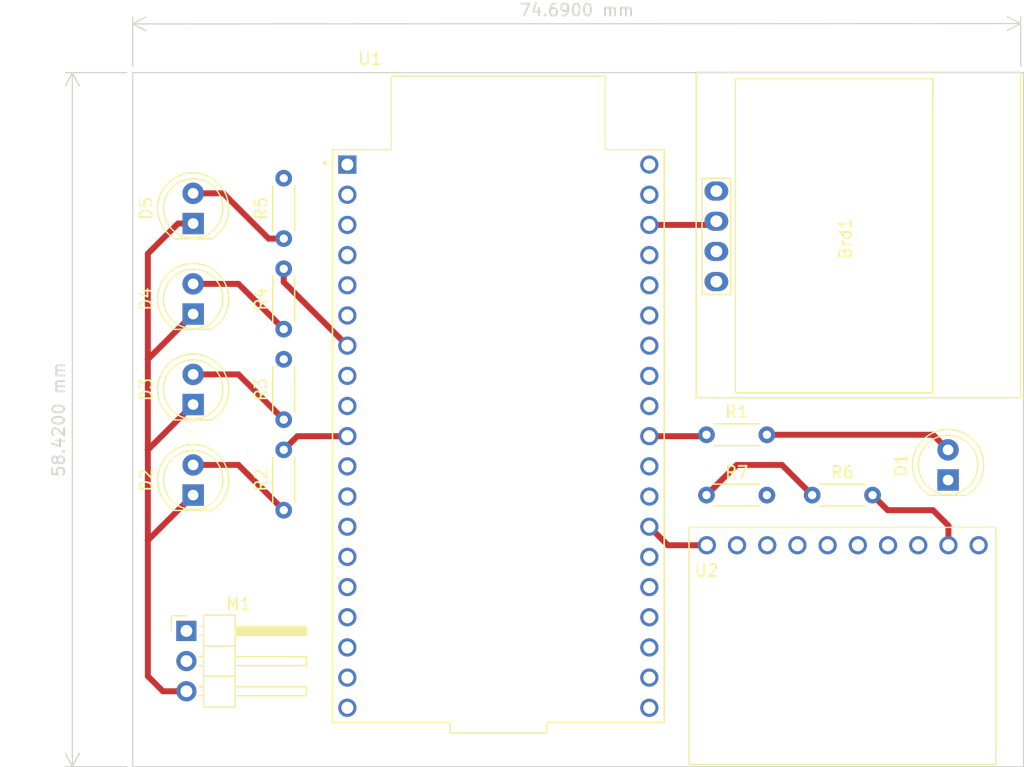
<source format=kicad_pcb>
(kicad_pcb (version 20221018) (generator pcbnew)
  (layers (0 "F.Cu" signal) (31 "B.Cu" signal) (34 "B.Paste" user) (35 "F.Paste" user) (36 "B.SilkS" user "B.Silkscreen") (37 "F.SilkS" user "F.Silkscreen") (38 "B.Mask" user) (39 "F.Mask" user) (44 "Edge.Cuts" user))
  (net 0 "")
  (net 1 "Net-(Brd1-SDA)")
  (net 2 "Net-(Brd1-SCL)")
  (net 3 "GND")
  (net 4 "+3.3V")
  (net 5 "Net-(D1-A)")
  (net 6 "Net-(D2-A)")
  (net 7 "Net-(D3-A)")
  (net 8 "Net-(D4-A)")
  (net 9 "Net-(D5-A)")
  (net 10 "Net-(M1-PWM)")
  (net 11 "Net-(U1-IO5)")
  (net 12 "Net-(U1-IO26)")
  (net 13 "Net-(U1-IO27)")
  (net 14 "Net-(U1-IO32)")
  (net 15 "Net-(U1-IO33)")
  (net 16 "Net-(U1-IO16)")
  (net 17 "Net-(U1-IO18)")
  (net 36 "Net-(U1-IO4)")
  (net 37 "Net-(U1-IO17)")
  (net 38 "Net-(U1-IO19)")
  (footprint "LED_THT:LED_D5.0mm" (layer "F.Cu") (at 99.06 77.47 90)
    (fp_text reference "D4" (at 1.27 -3.96 90) (layer "F.SilkS"))
    (fp_text value "LED")
    (fp_line (start -1.29 -1.545) (end -1.29 1.545) (stroke (width 0.12)) (layer "F.SilkS"))
    (fp_arc (start -1.29 -1.54483) (mid 2.072002 -2.880433) (end 4.26 0.000462) (stroke (width 0.12)) (layer "F.SilkS"))
    (fp_arc (start 4.26 -0.000462) (mid 2.072002 2.880433) (end -1.29 1.54483) (stroke (width 0.12)) (layer "F.SilkS"))
    (fp_circle (center 1.27 0) (end 3.77 0) (stroke (width 0.12)) (fill none) (layer "F.SilkS"))
    (pad "1" thru_hole rect (at 0 0 90) (size 1.8 1.8) (drill 0.9) (layers "*.Cu" "*.Mask") (net 3 "GND"))
    (pad "2" thru_hole circle (at 2.54 0 90) (size 1.8 1.8) (drill 0.9) (layers "*.Cu" "*.Mask") (net 8 "Net-(D4-A)"))
  )
  (footprint "LED_THT:LED_D5.0mm" (layer "F.Cu") (at 162.56 91.44 90)
    (fp_text reference "D1" (at 1.27 -3.96 90) (layer "F.SilkS"))
    (fp_text value "Wi-Fi LED")
    (fp_line (start -1.29 -1.545) (end -1.29 1.545) (stroke (width 0.12)) (layer "F.SilkS"))
    (fp_arc (start -1.29 -1.54483) (mid 2.072002 -2.880433) (end 4.26 0.000462) (stroke (width 0.12)) (layer "F.SilkS"))
    (fp_arc (start 4.26 -0.000462) (mid 2.072002 2.880433) (end -1.29 1.54483) (stroke (width 0.12)) (layer "F.SilkS"))
    (fp_circle (center 1.27 0) (end 3.77 0) (stroke (width 0.12)) (fill none) (layer "F.SilkS"))
    (pad "1" thru_hole rect (at 0 0 90) (size 1.8 1.8) (drill 0.9) (layers "*.Cu" "*.Mask") (net 3 "GND"))
    (pad "2" thru_hole circle (at 2.54 0 90) (size 1.8 1.8) (drill 0.9) (layers "*.Cu" "*.Mask") (net 5 "Net-(D1-A)"))
  )
  (footprint "Connector_PinHeader_2.54mm:PinHeader_1x03_P2.54mm_Horizontal" (layer "F.Cu") (at 98.495 104.14)
    (fp_text reference "M1" (at 4.385 -2.27) (layer "F.SilkS"))
    (fp_text value "Servo (SG90)")
    (fp_line (start -1.27 -1.27) (end 0 -1.27) (stroke (width 0.12)) (layer "F.SilkS"))
    (fp_line (start -1.27 0) (end -1.27 -1.27) (stroke (width 0.12)) (layer "F.SilkS"))
    (fp_line (start 1.042929 2.16) (end 1.44 2.16) (stroke (width 0.12)) (layer "F.SilkS"))
    (fp_line (start 1.042929 2.92) (end 1.44 2.92) (stroke (width 0.12)) (layer "F.SilkS"))
    (fp_line (start 1.042929 4.7) (end 1.44 4.7) (stroke (width 0.12)) (layer "F.SilkS"))
    (fp_line (start 1.042929 5.46) (end 1.44 5.46) (stroke (width 0.12)) (layer "F.SilkS"))
    (fp_line (start 1.11 -0.38) (end 1.44 -0.38) (stroke (width 0.12)) (layer "F.SilkS"))
    (fp_line (start 1.11 0.38) (end 1.44 0.38) (stroke (width 0.12)) (layer "F.SilkS"))
    (fp_line (start 1.44 -1.33) (end 1.44 6.41) (stroke (width 0.12)) (layer "F.SilkS"))
    (fp_line (start 1.44 1.27) (end 4.1 1.27) (stroke (width 0.12)) (layer "F.SilkS"))
    (fp_line (start 1.44 3.81) (end 4.1 3.81) (stroke (width 0.12)) (layer "F.SilkS"))
    (fp_line (start 1.44 6.41) (end 4.1 6.41) (stroke (width 0.12)) (layer "F.SilkS"))
    (fp_line (start 4.1 -1.33) (end 1.44 -1.33) (stroke (width 0.12)) (layer "F.SilkS"))
    (fp_line (start 4.1 -0.38) (end 10.1 -0.38) (stroke (width 0.12)) (layer "F.SilkS"))
    (fp_line (start 4.1 -0.32) (end 10.1 -0.32) (stroke (width 0.12)) (layer "F.SilkS"))
    (fp_line (start 4.1 -0.2) (end 10.1 -0.2) (stroke (width 0.12)) (layer "F.SilkS"))
    (fp_line (start 4.1 -0.08) (end 10.1 -0.08) (stroke (width 0.12)) (layer "F.SilkS"))
    (fp_line (start 4.1 0.04) (end 10.1 0.04) (stroke (width 0.12)) (layer "F.SilkS"))
    (fp_line (start 4.1 0.16) (end 10.1 0.16) (stroke (width 0.12)) (layer "F.SilkS"))
    (fp_line (start 4.1 0.28) (end 10.1 0.28) (stroke (width 0.12)) (layer "F.SilkS"))
    (fp_line (start 4.1 2.16) (end 10.1 2.16) (stroke (width 0.12)) (layer "F.SilkS"))
    (fp_line (start 4.1 4.7) (end 10.1 4.7) (stroke (width 0.12)) (layer "F.SilkS"))
    (fp_line (start 4.1 6.41) (end 4.1 -1.33) (stroke (width 0.12)) (layer "F.SilkS"))
    (fp_line (start 10.1 -0.38) (end 10.1 0.38) (stroke (width 0.12)) (layer "F.SilkS"))
    (fp_line (start 10.1 0.38) (end 4.1 0.38) (stroke (width 0.12)) (layer "F.SilkS"))
    (fp_line (start 10.1 2.16) (end 10.1 2.92) (stroke (width 0.12)) (layer "F.SilkS"))
    (fp_line (start 10.1 2.92) (end 4.1 2.92) (stroke (width 0.12)) (layer "F.SilkS"))
    (fp_line (start 10.1 4.7) (end 10.1 5.46) (stroke (width 0.12)) (layer "F.SilkS"))
    (fp_line (start 10.1 5.46) (end 4.1 5.46) (stroke (width 0.12)) (layer "F.SilkS"))
    (pad "1" thru_hole rect (at 0 0) (size 1.7 1.7) (drill 1) (layers "*.Cu" "*.Mask") (net 10 "Net-(M1-PWM)"))
    (pad "2" thru_hole oval (at 0 2.54) (size 1.7 1.7) (drill 1) (layers "*.Cu" "*.Mask") (net 4 "+3.3V"))
    (pad "3" thru_hole oval (at 0 5.08) (size 1.7 1.7) (drill 1) (layers "*.Cu" "*.Mask") (net 3 "GND"))
  )
  (footprint "Akizuki_Library:microSD-DIP-Kit" (layer "F.Cu") (at 153.7 95.66)
    (fp_text reference "U2" (at -11.46 3.4 unlocked) (layer "F.SilkS"))
    (fp_text value "microSD-DIP-KIT")
    (fp_rect (start -12.93 -0.23) (end 12.87 19.73) (stroke (width 0.12)) (fill none) (layer "F.SilkS"))
    (pad "1" thru_hole circle (at 11.43 1.27) (size 1.53 1.53) (drill 1.02) (layers "*.Cu" "*.Mask"))
    (pad "2" thru_hole circle (at 8.89 1.27) (size 1.53 1.53) (drill 1.02) (layers "*.Cu" "*.Mask") (net 16 "Net-(U1-IO16)"))
    (pad "3" thru_hole circle (at 6.35 1.27) (size 1.53 1.53) (drill 1.02) (layers "*.Cu" "*.Mask") (net 37 "Net-(U1-IO17)"))
    (pad "4" thru_hole circle (at 3.81 1.27) (size 1.53 1.53) (drill 1.02) (layers "*.Cu" "*.Mask") (net 4 "+3.3V"))
    (pad "5" thru_hole circle (at 1.27 1.27) (size 1.53 1.53) (drill 1.02) (layers "*.Cu" "*.Mask") (net 17 "Net-(U1-IO18)"))
    (pad "6" thru_hole circle (at -1.27 1.27) (size 1.53 1.53) (drill 1.02) (layers "*.Cu" "*.Mask") (net 3 "GND"))
    (pad "7" thru_hole circle (at -3.81 1.27) (size 1.53 1.53) (drill 1.02) (layers "*.Cu" "*.Mask") (net 38 "Net-(U1-IO19)"))
    (pad "8" thru_hole circle (at -6.35 1.27) (size 1.53 1.53) (drill 1.02) (layers "*.Cu" "*.Mask"))
    (pad "9" thru_hole circle (at -8.89 1.27) (size 1.53 1.53) (drill 1.02) (layers "*.Cu" "*.Mask") (net 3 "GND"))
    (pad "10" thru_hole circle (at -11.43 1.27) (size 1.53 1.53) (drill 1.02) (layers "*.Cu" "*.Mask") (net 36 "Net-(U1-IO4)"))
  )
  (footprint "Resistor_THT:R_Axial_DIN0204_L3.6mm_D1.6mm_P5.08mm_Horizontal" (layer "F.Cu") (at 106.68 71.12 90)
    (fp_text reference "R5" (at 2.54 -1.92 90) (layer "F.SilkS"))
    (fp_text value "330")
    (fp_line (start 0.62 -0.92) (end 4.46 -0.92) (stroke (width 0.12)) (layer "F.SilkS"))
    (fp_line (start 0.62 0.92) (end 4.46 0.92) (stroke (width 0.12)) (layer "F.SilkS"))
    (pad "1" thru_hole circle (at 0 0 90) (size 1.4 1.4) (drill 0.7) (layers "*.Cu" "*.Mask") (net 9 "Net-(D5-A)"))
    (pad "2" thru_hole oval (at 5.08 0 90) (size 1.4 1.4) (drill 0.7) (layers "*.Cu" "*.Mask") (net 15 "Net-(U1-IO33)"))
  )
  (footprint "Resistor_THT:R_Axial_DIN0204_L3.6mm_D1.6mm_P5.08mm_Horizontal" (layer "F.Cu") (at 106.68 93.98 90)
    (fp_text reference "R2" (at 2.54 -1.92 90) (layer "F.SilkS"))
    (fp_text value "330")
    (fp_line (start 0.62 -0.92) (end 4.46 -0.92) (stroke (width 0.12)) (layer "F.SilkS"))
    (fp_line (start 0.62 0.92) (end 4.46 0.92) (stroke (width 0.12)) (layer "F.SilkS"))
    (pad "1" thru_hole circle (at 0 0 90) (size 1.4 1.4) (drill 0.7) (layers "*.Cu" "*.Mask") (net 6 "Net-(D2-A)"))
    (pad "2" thru_hole oval (at 5.08 0 90) (size 1.4 1.4) (drill 0.7) (layers "*.Cu" "*.Mask") (net 12 "Net-(U1-IO26)"))
  )
  (footprint "SSD1306:128x64OLED" (layer "F.Cu") (at 153.67 71.12 90)
    (fp_text reference "Brd1" (at 0 0.254 90) (layer "F.SilkS"))
    (fp_text value "SSD1306")
    (fp_line (start -13.4 -12.3) (end 14 -12.3) (stroke (width 0.12)) (layer "F.SilkS"))
    (fp_line (start -13.4 15) (end -13.4 -12.3) (stroke (width 0.12)) (layer "F.SilkS"))
    (fp_line (start -12.978 -9.005) (end 10.122 -9.005) (stroke (width 0.12)) (layer "F.SilkS"))
    (fp_line (start -12.978 7.595) (end -12.978 -9.005) (stroke (width 0.12)) (layer "F.SilkS"))
    (fp_line (start -4.699 -11.811) (end -4.699 -9.398) (stroke (width 0.12)) (layer "F.SilkS"))
    (fp_line (start -4.699 -11.811) (end 5.08 -11.811) (stroke (width 0.12)) (layer "F.SilkS"))
    (fp_line (start 5.08 -11.811) (end 5.08 -9.398) (stroke (width 0.12)) (layer "F.SilkS"))
    (fp_line (start 5.08 -9.398) (end -4.699 -9.398) (stroke (width 0.12)) (layer "F.SilkS"))
    (fp_line (start 10.122 -9.005) (end 13.208 -9.005) (stroke (width 0.12)) (layer "F.SilkS"))
    (fp_line (start 10.122 7.595) (end -12.978 7.595) (stroke (width 0.12)) (layer "F.SilkS"))
    (fp_line (start 10.122 7.595) (end 13.462 7.62) (stroke (width 0.12)) (layer "F.SilkS"))
    (fp_line (start 13.462 -9.017) (end 13.208 -9.005) (stroke (width 0.12)) (layer "F.SilkS"))
    (fp_line (start 13.462 7.62) (end 13.462 -9.017) (stroke (width 0.12)) (layer "F.SilkS"))
    (fp_line (start 14 -12.3) (end 14 15) (stroke (width 0.12)) (layer "F.SilkS"))
    (fp_line (start 14 15) (end -13.4 15) (stroke (width 0.12)) (layer "F.SilkS"))
    (pad "1" thru_hole oval (at -3.62 -10.6 180) (size 2 1.6) (drill 1) (layers "*.Cu" "*.Mask") (net 3 "GND"))
    (pad "2" thru_hole oval (at -1.08 -10.6 180) (size 2 1.6) (drill 1) (layers "*.Cu" "*.Mask") (net 4 "+3.3V"))
    (pad "3" thru_hole oval (at 1.46 -10.6 180) (size 2 1.6) (drill 1) (layers "*.Cu" "*.Mask") (net 2 "Net-(Brd1-SCL)"))
    (pad "4" thru_hole oval (at 4 -10.6 180) (size 2 1.6) (drill 1) (layers "*.Cu" "*.Mask") (net 1 "Net-(Brd1-SDA)"))
  )
  (footprint "LED_THT:LED_D5.0mm" (layer "F.Cu") (at 99.06 69.85 90)
    (fp_text reference "D5" (at 1.27 -3.96 90) (layer "F.SilkS"))
    (fp_text value "LED")
    (fp_line (start -1.29 -1.545) (end -1.29 1.545) (stroke (width 0.12)) (layer "F.SilkS"))
    (fp_arc (start -1.29 -1.54483) (mid 2.072002 -2.880433) (end 4.26 0.000462) (stroke (width 0.12)) (layer "F.SilkS"))
    (fp_arc (start 4.26 -0.000462) (mid 2.072002 2.880433) (end -1.29 1.54483) (stroke (width 0.12)) (layer "F.SilkS"))
    (fp_circle (center 1.27 0) (end 3.77 0) (stroke (width 0.12)) (fill none) (layer "F.SilkS"))
    (pad "1" thru_hole rect (at 0 0 90) (size 1.8 1.8) (drill 0.9) (layers "*.Cu" "*.Mask") (net 3 "GND"))
    (pad "2" thru_hole circle (at 2.54 0 90) (size 1.8 1.8) (drill 0.9) (layers "*.Cu" "*.Mask") (net 9 "Net-(D5-A)"))
  )
  (footprint "ESP32-DEVKITC:MODULE_ESP32-DEVKITC" (layer "F.Cu") (at 124.7325 87.74)
    (fp_text reference "U1" (at -10.795 -31.75) (layer "F.SilkS"))
    (fp_text value "ESP32-DEVKITC")
    (fp_line (start -13.95 -24.1) (end -13.95 24.1) (stroke (width 0.127)) (layer "F.SilkS"))
    (fp_line (start -13.95 24.1) (end -4.07 24.1) (stroke (width 0.127)) (layer "F.SilkS"))
    (fp_line (start -9 -30.3) (end 9 -30.3) (stroke (width 0.127)) (layer "F.SilkS"))
    (fp_line (start -9 -24.1) (end -13.95 -24.1) (stroke (width 0.127)) (layer "F.SilkS"))
    (fp_line (start -9 -24.1) (end -9 -30.3) (stroke (width 0.127)) (layer "F.SilkS"))
    (fp_line (start -4.07 24.1) (end -4.07 25) (stroke (width 0.127)) (layer "F.SilkS"))
    (fp_line (start -4.07 25) (end 4.06 25) (stroke (width 0.127)) (layer "F.SilkS"))
    (fp_line (start 4.06 24.1) (end 13.95 24.1) (stroke (width 0.127)) (layer "F.SilkS"))
    (fp_line (start 4.06 25) (end 4.06 24.1) (stroke (width 0.127)) (layer "F.SilkS"))
    (fp_line (start 9 -30.3) (end 9 -24.1) (stroke (width 0.127)) (layer "F.SilkS"))
    (fp_line (start 13.95 -24.1) (end 9 -24.1) (stroke (width 0.127)) (layer "F.SilkS"))
    (fp_line (start 13.95 24.1) (end 13.95 -24.1) (stroke (width 0.127)) (layer "F.SilkS"))
    (fp_circle (center -14.57 -22.97) (end -14.47 -22.97) (stroke (width 0.2)) (fill none) (layer "F.SilkS"))
    (pad "1" thru_hole rect (at -12.7 -22.85) (size 1.53 1.53) (drill 1.02) (layers "*.Cu" "*.Mask") (net 4 "+3.3V"))
    (pad "2" thru_hole circle (at -12.7 -20.31) (size 1.53 1.53) (drill 1.02) (layers "*.Cu" "*.Mask"))
    (pad "3" thru_hole circle (at -12.7 -17.77) (size 1.53 1.53) (drill 1.02) (layers "*.Cu" "*.Mask"))
    (pad "4" thru_hole circle (at -12.7 -15.23) (size 1.53 1.53) (drill 1.02) (layers "*.Cu" "*.Mask"))
    (pad "5" thru_hole circle (at -12.7 -12.69) (size 1.53 1.53) (drill 1.02) (layers "*.Cu" "*.Mask"))
    (pad "6" thru_hole circle (at -12.7 -10.15) (size 1.53 1.53) (drill 1.02) (layers "*.Cu" "*.Mask"))
    (pad "7" thru_hole circle (at -12.7 -7.61) (size 1.53 1.53) (drill 1.02) (layers "*.Cu" "*.Mask") (net 14 "Net-(U1-IO32)"))
    (pad "8" thru_hole circle (at -12.7 -5.07) (size 1.53 1.53) (drill 1.02) (layers "*.Cu" "*.Mask") (net 15 "Net-(U1-IO33)"))
    (pad "9" thru_hole circle (at -12.7 -2.53) (size 1.53 1.53) (drill 1.02) (layers "*.Cu" "*.Mask"))
    (pad "10" thru_hole circle (at -12.7 0.01) (size 1.53 1.53) (drill 1.02) (layers "*.Cu" "*.Mask") (net 12 "Net-(U1-IO26)"))
    (pad "11" thru_hole circle (at -12.7 2.55) (size 1.53 1.53) (drill 1.02) (layers "*.Cu" "*.Mask") (net 13 "Net-(U1-IO27)"))
    (pad "12" thru_hole circle (at -12.7 5.09) (size 1.53 1.53) (drill 1.02) (layers "*.Cu" "*.Mask"))
    (pad "13" thru_hole circle (at -12.7 7.63) (size 1.53 1.53) (drill 1.02) (layers "*.Cu" "*.Mask") (net 10 "Net-(M1-PWM)"))
    (pad "14" thru_hole circle (at -12.7 10.17) (size 1.53 1.53) (drill 1.02) (layers "*.Cu" "*.Mask") (net 3 "GND"))
    (pad "15" thru_hole circle (at -12.7 12.71) (size 1.53 1.53) (drill 1.02) (layers "*.Cu" "*.Mask"))
    (pad "16" thru_hole circle (at -12.7 15.25) (size 1.53 1.53) (drill 1.02) (layers "*.Cu" "*.Mask"))
    (pad "17" thru_hole circle (at -12.7 17.79) (size 1.53 1.53) (drill 1.02) (layers "*.Cu" "*.Mask"))
    (pad "18" thru_hole circle (at -12.7 20.33) (size 1.53 1.53) (drill 1.02) (layers "*.Cu" "*.Mask"))
    (pad "19" thru_hole circle (at -12.7 22.87) (size 1.53 1.53) (drill 1.02) (layers "*.Cu" "*.Mask"))
    (pad "20" thru_hole circle (at 12.7 22.87) (size 1.53 1.53) (drill 1.02) (layers "*.Cu" "*.Mask"))
    (pad "21" thru_hole circle (at 12.7 20.33) (size 1.53 1.53) (drill 1.02) (layers "*.Cu" "*.Mask"))
    (pad "22" thru_hole circle (at 12.7 17.79) (size 1.53 1.53) (drill 1.02) (layers "*.Cu" "*.Mask"))
    (pad "23" thru_hole circle (at 12.7 15.25) (size 1.53 1.53) (drill 1.02) (layers "*.Cu" "*.Mask"))
    (pad "24" thru_hole circle (at 12.7 12.71) (size 1.53 1.53) (drill 1.02) (layers "*.Cu" "*.Mask"))
    (pad "25" thru_hole circle (at 12.7 10.17) (size 1.53 1.53) (drill 1.02) (layers "*.Cu" "*.Mask"))
    (pad "26" thru_hole circle (at 12.7 7.63) (size 1.53 1.53) (drill 1.02) (layers "*.Cu" "*.Mask") (net 36 "Net-(U1-IO4)"))
    (pad "27" thru_hole circle (at 12.7 5.09) (size 1.53 1.53) (drill 1.02) (layers "*.Cu" "*.Mask") (net 16 "Net-(U1-IO16)"))
    (pad "28" thru_hole circle (at 12.7 2.55) (size 1.53 1.53) (drill 1.02) (layers "*.Cu" "*.Mask") (net 37 "Net-(U1-IO17)"))
    (pad "29" thru_hole circle (at 12.7 0.01) (size 1.53 1.53) (drill 1.02) (layers "*.Cu" "*.Mask") (net 11 "Net-(U1-IO5)"))
    (pad "30" thru_hole circle (at 12.7 -2.53) (size 1.53 1.53) (drill 1.02) (layers "*.Cu" "*.Mask") (net 17 "Net-(U1-IO18)"))
    (pad "31" thru_hole circle (at 12.7 -5.07) (size 1.53 1.53) (drill 1.02) (layers "*.Cu" "*.Mask") (net 38 "Net-(U1-IO19)"))
    (pad "32" thru_hole circle (at 12.7 -7.61) (size 1.53 1.53) (drill 1.02) (layers "*.Cu" "*.Mask") (net 3 "GND"))
    (pad "33" thru_hole circle (at 12.7 -10.15) (size 1.53 1.53) (drill 1.02) (layers "*.Cu" "*.Mask") (net 1 "Net-(Brd1-SDA)"))
    (pad "34" thru_hole circle (at 12.7 -12.69) (size 1.53 1.53) (drill 1.02) (layers "*.Cu" "*.Mask"))
    (pad "35" thru_hole circle (at 12.7 -15.23) (size 1.53 1.53) (drill 1.02) (layers "*.Cu" "*.Mask"))
    (pad "36" thru_hole circle (at 12.7 -17.77) (size 1.53 1.53) (drill 1.02) (layers "*.Cu" "*.Mask") (net 2 "Net-(Brd1-SCL)"))
    (pad "37" thru_hole circle (at 12.7 -20.31) (size 1.53 1.53) (drill 1.02) (layers "*.Cu" "*.Mask"))
    (pad "38" thru_hole circle (at 12.7 -22.85) (size 1.53 1.53) (drill 1.02) (layers "*.Cu" "*.Mask") (net 3 "GND"))
  )
  (footprint "Resistor_THT:R_Axial_DIN0204_L3.6mm_D1.6mm_P5.08mm_Horizontal" (layer "F.Cu") (at 142.24 92.71)
    (fp_text reference "R7" (at 2.54 -1.92) (layer "F.SilkS"))
    (fp_text value "10k")
    (fp_line (start 0.62 -0.92) (end 4.46 -0.92) (stroke (width 0.12)) (layer "F.SilkS"))
    (fp_line (start 0.62 0.92) (end 4.46 0.92) (stroke (width 0.12)) (layer "F.SilkS"))
    (pad "1" thru_hole circle (at 0 0) (size 1.4 1.4) (drill 0.7) (layers "*.Cu" "*.Mask") (net 4 "+3.3V"))
    (pad "2" thru_hole oval (at 5.08 0) (size 1.4 1.4) (drill 0.7) (layers "*.Cu" "*.Mask") (net 17 "Net-(U1-IO18)"))
  )
  (footprint "LED_THT:LED_D5.0mm" (layer "F.Cu") (at 99.06 92.71 90)
    (fp_text reference "D2" (at 1.27 -3.96 90) (layer "F.SilkS"))
    (fp_text value "LED")
    (fp_line (start -1.29 -1.545) (end -1.29 1.545) (stroke (width 0.12)) (layer "F.SilkS"))
    (fp_arc (start -1.29 -1.54483) (mid 2.072002 -2.880433) (end 4.26 0.000462) (stroke (width 0.12)) (layer "F.SilkS"))
    (fp_arc (start 4.26 -0.000462) (mid 2.072002 2.880433) (end -1.29 1.54483) (stroke (width 0.12)) (layer "F.SilkS"))
    (fp_circle (center 1.27 0) (end 3.77 0) (stroke (width 0.12)) (fill none) (layer "F.SilkS"))
    (pad "1" thru_hole rect (at 0 0 90) (size 1.8 1.8) (drill 0.9) (layers "*.Cu" "*.Mask") (net 3 "GND"))
    (pad "2" thru_hole circle (at 2.54 0 90) (size 1.8 1.8) (drill 0.9) (layers "*.Cu" "*.Mask") (net 6 "Net-(D2-A)"))
  )
  (footprint "LED_THT:LED_D5.0mm" (layer "F.Cu") (at 99.06 85.09 90)
    (fp_text reference "D3" (at 1.27 -3.96 90) (layer "F.SilkS"))
    (fp_text value "LED")
    (fp_line (start -1.29 -1.545) (end -1.29 1.545) (stroke (width 0.12)) (layer "F.SilkS"))
    (fp_arc (start -1.29 -1.54483) (mid 2.072002 -2.880433) (end 4.26 0.000462) (stroke (width 0.12)) (layer "F.SilkS"))
    (fp_arc (start 4.26 -0.000462) (mid 2.072002 2.880433) (end -1.29 1.54483) (stroke (width 0.12)) (layer "F.SilkS"))
    (fp_circle (center 1.27 0) (end 3.77 0) (stroke (width 0.12)) (fill none) (layer "F.SilkS"))
    (pad "1" thru_hole rect (at 0 0 90) (size 1.8 1.8) (drill 0.9) (layers "*.Cu" "*.Mask") (net 3 "GND"))
    (pad "2" thru_hole circle (at 2.54 0 90) (size 1.8 1.8) (drill 0.9) (layers "*.Cu" "*.Mask") (net 7 "Net-(D3-A)"))
  )
  (footprint "Resistor_THT:R_Axial_DIN0204_L3.6mm_D1.6mm_P5.08mm_Horizontal" (layer "F.Cu") (at 151.13 92.71)
    (fp_text reference "R6" (at 2.54 -1.92) (layer "F.SilkS"))
    (fp_text value "10k")
    (fp_line (start 0.62 -0.92) (end 4.46 -0.92) (stroke (width 0.12)) (layer "F.SilkS"))
    (fp_line (start 0.62 0.92) (end 4.46 0.92) (stroke (width 0.12)) (layer "F.SilkS"))
    (pad "1" thru_hole circle (at 0 0) (size 1.4 1.4) (drill 0.7) (layers "*.Cu" "*.Mask") (net 4 "+3.3V"))
    (pad "2" thru_hole oval (at 5.08 0) (size 1.4 1.4) (drill 0.7) (layers "*.Cu" "*.Mask") (net 16 "Net-(U1-IO16)"))
  )
  (footprint "Resistor_THT:R_Axial_DIN0204_L3.6mm_D1.6mm_P5.08mm_Horizontal" (layer "F.Cu") (at 142.24 87.63)
    (fp_text reference "R1" (at 2.54 -1.92) (layer "F.SilkS"))
    (fp_text value "330")
    (fp_line (start 0.62 -0.92) (end 4.46 -0.92) (stroke (width 0.12)) (layer "F.SilkS"))
    (fp_line (start 0.62 0.92) (end 4.46 0.92) (stroke (width 0.12)) (layer "F.SilkS"))
    (pad "1" thru_hole circle (at 0 0) (size 1.4 1.4) (drill 0.7) (layers "*.Cu" "*.Mask") (net 11 "Net-(U1-IO5)"))
    (pad "2" thru_hole oval (at 5.08 0) (size 1.4 1.4) (drill 0.7) (layers "*.Cu" "*.Mask") (net 5 "Net-(D1-A)"))
  )
  (footprint "Resistor_THT:R_Axial_DIN0204_L3.6mm_D1.6mm_P5.08mm_Horizontal" (layer "F.Cu") (at 106.68 86.36 90)
    (fp_text reference "R3" (at 2.54 -1.92 90) (layer "F.SilkS"))
    (fp_text value "330")
    (fp_line (start 0.62 -0.92) (end 4.46 -0.92) (stroke (width 0.12)) (layer "F.SilkS"))
    (fp_line (start 0.62 0.92) (end 4.46 0.92) (stroke (width 0.12)) (layer "F.SilkS"))
    (pad "1" thru_hole circle (at 0 0 90) (size 1.4 1.4) (drill 0.7) (layers "*.Cu" "*.Mask") (net 7 "Net-(D3-A)"))
    (pad "2" thru_hole oval (at 5.08 0 90) (size 1.4 1.4) (drill 0.7) (layers "*.Cu" "*.Mask") (net 13 "Net-(U1-IO27)"))
  )
  (footprint "Resistor_THT:R_Axial_DIN0204_L3.6mm_D1.6mm_P5.08mm_Horizontal" (layer "F.Cu") (at 106.68 78.74 90)
    (fp_text reference "R4" (at 2.54 -1.92 90) (layer "F.SilkS"))
    (fp_text value "330")
    (fp_line (start 0.62 -0.92) (end 4.46 -0.92) (stroke (width 0.12)) (layer "F.SilkS"))
    (fp_line (start 0.62 0.92) (end 4.46 0.92) (stroke (width 0.12)) (layer "F.SilkS"))
    (pad "1" thru_hole circle (at 0 0 90) (size 1.4 1.4) (drill 0.7) (layers "*.Cu" "*.Mask") (net 8 "Net-(D4-A)"))
    (pad "2" thru_hole oval (at 5.08 0 90) (size 1.4 1.4) (drill 0.7) (layers "*.Cu" "*.Mask") (net 14 "Net-(U1-IO32)"))
  )
  (gr_rect (start 93.98 57.15) (end 168.91 115.57) (stroke (width 0.1)) (fill none) (layer "Edge.Cuts"))
  (dimension (type aligned) (layer "Edge.Cuts") (pts (xy 93.98 115.57) (xy 93.98 57.15)) (height -5.08) (gr_text "58.4200 mm" (at 87.75 86.36 90) (layer "Edge.Cuts") (effects (font (size 1 1) (thickness 0.15)))) (format (prefix "") (suffix "") (units 3) (units_format 1) (precision 4)) (style (thickness 0.1) (arrow_length 1.27) (text_position_mode 0) (extension_height 0.58642) (extension_offset 0.5) keep_text_aligned))
  (dimension (type aligned) (layer "Edge.Cuts") (pts (xy 93.98 57.15) (xy 168.67 57.12)) (height -4.098511) (gr_text "74.6900 mm" (at 131.322892 51.886489 0.02301343276) (layer "Edge.Cuts") (effects (font (size 1 1) (thickness 0.15)))) (format (prefix "") (suffix "") (units 3) (units_format 1) (precision 4)) (style (thickness 0.1) (arrow_length 1.27) (text_position_mode 0) (extension_height 0.58642) (extension_offset 0.5) keep_text_aligned))
  (segment (start 137.4325 69.97) (end 142.76 69.97) (width 0.5) (layer "F.Cu") (net 2))
  (segment (start 142.76 69.97) (end 143.07 69.66) (width 0.5) (layer "F.Cu") (net 2))
  (segment (start 99.06 85.09) (end 95.25 88.9) (width 0.5) (layer "F.Cu") (net 3))
  (segment (start 99.06 92.71) (end 95.25 96.52) (width 0.5) (layer "F.Cu") (net 3))
  (segment (start 95.25 96.52) (end 95.25 107.95) (width 0.5) (layer "F.Cu") (net 3))
  (segment (start 96.52 109.22) (end 98.495 109.22) (width 0.5) (layer "F.Cu") (net 3))
  (segment (start 95.25 81.28) (end 95.25 88.9) (width 0.5) (layer "F.Cu") (net 3))
  (segment (start 99.06 69.85) (end 97.79 69.85) (width 0.5) (layer "F.Cu") (net 3))
  (segment (start 99.06 77.47) (end 95.25 81.28) (width 0.5) (layer "F.Cu") (net 3))
  (segment (start 97.79 69.85) (end 95.25 72.39) (width 0.5) (layer "F.Cu") (net 3))
  (segment (start 95.25 88.9) (end 95.25 96.52) (width 0.5) (layer "F.Cu") (net 3))
  (segment (start 95.25 107.95) (end 96.52 109.22) (width 0.5) (layer "F.Cu") (net 3))
  (segment (start 95.25 72.39) (end 95.25 81.28) (width 0.5) (layer "F.Cu") (net 3))
  (segment (start 144.78 90.17) (end 142.24 92.71) (width 0.5) (layer "F.Cu") (net 4))
  (segment (start 151.13 92.71) (end 148.59 90.17) (width 0.5) (layer "F.Cu") (net 4))
  (segment (start 148.59 90.17) (end 144.78 90.17) (width 0.5) (layer "F.Cu") (net 4))
  (segment (start 147.32 87.63) (end 161.29 87.63) (width 0.5) (layer "F.Cu") (net 5))
  (segment (start 161.29 87.63) (end 162.56 88.9) (width 0.5) (layer "F.Cu") (net 5))
  (segment (start 102.87 90.17) (end 106.68 93.98) (width 0.5) (layer "F.Cu") (net 6))
  (segment (start 99.06 90.17) (end 102.87 90.17) (width 0.5) (layer "F.Cu") (net 6))
  (segment (start 102.87 82.55) (end 106.68 86.36) (width 0.5) (layer "F.Cu") (net 7))
  (segment (start 99.06 82.55) (end 102.87 82.55) (width 0.5) (layer "F.Cu") (net 7))
  (segment (start 99.06 74.93) (end 102.87 74.93) (width 0.5) (layer "F.Cu") (net 8))
  (segment (start 102.87 74.93) (end 106.68 78.74) (width 0.5) (layer "F.Cu") (net 8))
  (segment (start 105.41 71.12) (end 106.68 71.12) (width 0.5) (layer "F.Cu") (net 9))
  (segment (start 101.6 67.31) (end 105.41 71.12) (width 0.5) (layer "F.Cu") (net 9))
  (segment (start 99.06 67.31) (end 101.6 67.31) (width 0.5) (layer "F.Cu") (net 9))
  (segment (start 137.4325 87.75) (end 142.12 87.75) (width 0.5) (layer "F.Cu") (net 11))
  (segment (start 142.12 87.75) (end 142.24 87.63) (width 0.5) (layer "F.Cu") (net 11))
  (segment (start 112.0325 87.75) (end 107.83 87.75) (width 0.5) (layer "F.Cu") (net 12))
  (segment (start 107.83 87.75) (end 106.68 88.9) (width 0.5) (layer "F.Cu") (net 12))
  (segment (start 112.0325 80.13) (end 106.68 74.7775) (width 0.5) (layer "F.Cu") (net 14))
  (segment (start 106.68 74.7775) (end 106.68 73.66) (width 0.5) (layer "F.Cu") (net 14))
  (segment (start 162.59 96.93) (end 162.59 95.28) (width 0.5) (layer "F.Cu") (net 16))
  (segment (start 161.29 93.98) (end 157.48 93.98) (width 0.5) (layer "F.Cu") (net 16))
  (segment (start 162.59 95.28) (end 161.29 93.98) (width 0.5) (layer "F.Cu") (net 16))
  (segment (start 157.48 93.98) (end 156.21 92.71) (width 0.5) (layer "F.Cu") (net 16))
  (segment (start 142.27 96.93) (end 138.9925 96.93) (width 0.5) (layer "F.Cu") (net 36))
  (segment (start 138.9925 96.93) (end 137.4325 95.37) (width 0.5) (layer "F.Cu") (net 36))
)
</source>
